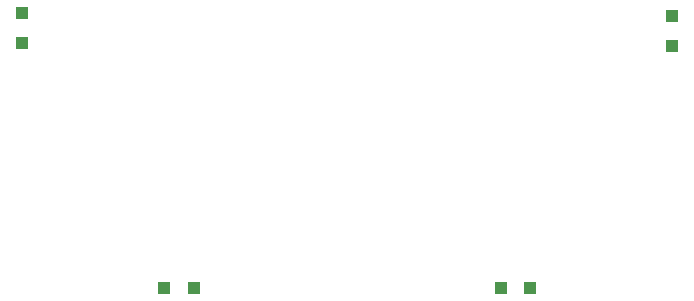
<source format=gbr>
%TF.GenerationSoftware,KiCad,Pcbnew,(5.1.6)-1*%
%TF.CreationDate,2021-05-26T21:04:48-04:00*%
%TF.ProjectId,spidey_sense,73706964-6579-45f7-9365-6e73652e6b69,rev?*%
%TF.SameCoordinates,Original*%
%TF.FileFunction,Paste,Bot*%
%TF.FilePolarity,Positive*%
%FSLAX46Y46*%
G04 Gerber Fmt 4.6, Leading zero omitted, Abs format (unit mm)*
G04 Created by KiCad (PCBNEW (5.1.6)-1) date 2021-05-26 21:04:48*
%MOMM*%
%LPD*%
G01*
G04 APERTURE LIST*
%ADD10R,1.000000X1.000000*%
G04 APERTURE END LIST*
D10*
%TO.C,D4*%
X152250000Y-104750000D03*
X152250000Y-102250000D03*
%TD*%
%TO.C,D3*%
X137750000Y-125250000D03*
X140250000Y-125250000D03*
%TD*%
%TO.C,D2*%
X109250000Y-125250000D03*
X111750000Y-125250000D03*
%TD*%
%TO.C,D1*%
X97250000Y-102000000D03*
X97250000Y-104500000D03*
%TD*%
M02*

</source>
